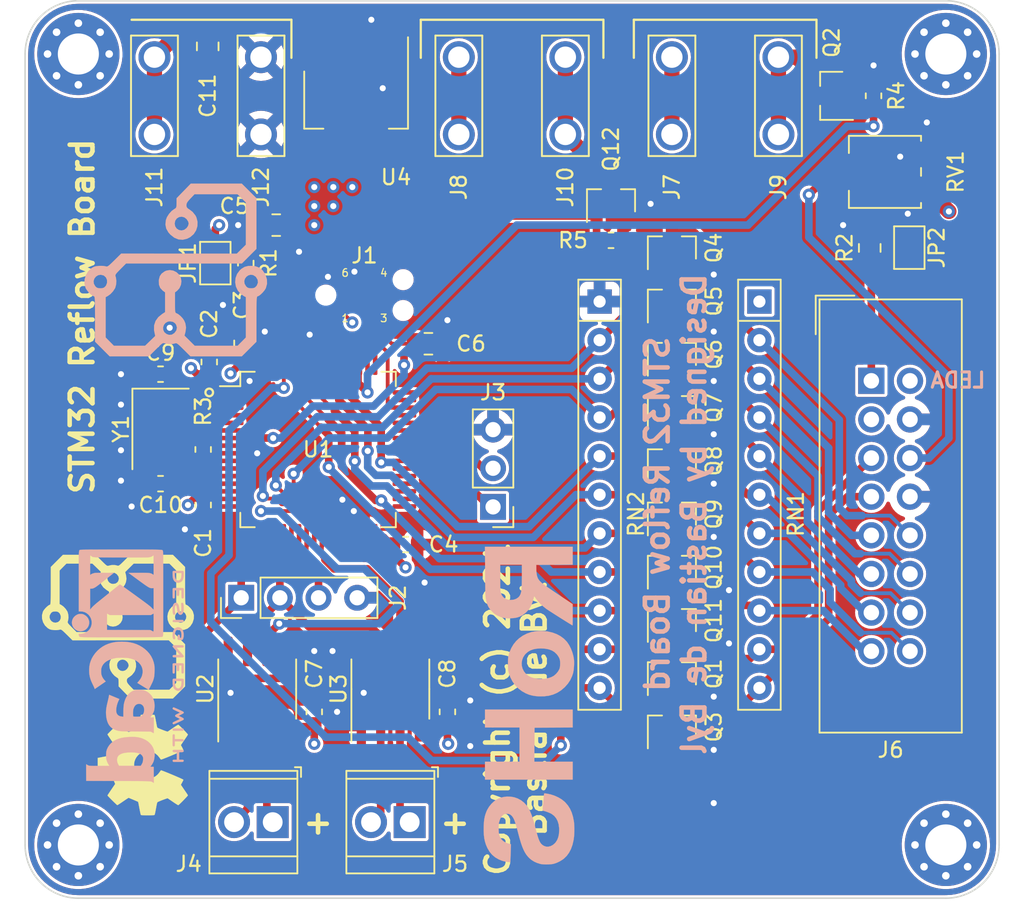
<source format=kicad_pcb>
(kicad_pcb (version 20211014) (generator pcbnew)
  (layers (0 "F.Cu" signal) (1 "In1.Cu" signal) (2 "In2.Cu" signal) (31 "B.Cu" signal) (34 "B.Paste" user) (35 "F.Paste" user) (36 "B.SilkS" user "B.Silkscreen") (37 "F.SilkS" user "F.Silkscreen") (38 "B.Mask" user) (39 "F.Mask" user) (44 "Edge.Cuts" user))
  (net 0 "")
  (net 1 "+3V3")
  (net 2 "GND")
  (net 3 "/Reflow MCU/~{NRST}")
  (net 4 "/Reflow MCU/SWDIO")
  (net 5 "/Reflow MCU/SWCLK")
  (net 7 "/Reflow MCU/SCK")
  (net 8 "/Reflow MCU/MISO")
  (net 9 "/Reflow MCU/MOSI")
  (net 10 "/Reflow MCU/USART1_TX")
  (net 11 "/Reflow MCU/USART1_RX")
  (net 12 "Net-(J4-Pad1)")
  (net 13 "Net-(J4-Pad2)")
  (net 14 "Net-(J5-Pad1)")
  (net 15 "Net-(J5-Pad2)")
  (net 16 "+5V")
  (net 20 "/Reflow Level Shifting/LEDK")
  (net 21 "/Reflow Level Shifting/VEE")
  (net 33 "/Reflow Level Shifting/LRS")
  (net 34 "Net-(J9-Pad1)")
  (net 35 "/Reflow Level Shifting/LE")
  (net 36 "/Reflow Level Shifting/LDB0")
  (net 37 "/Reflow Level Shifting/LDB1")
  (net 38 "/Reflow Level Shifting/LDB2")
  (net 56 "/Reflow Level Shifting/LDB3")
  (net 57 "/Reflow Level Shifting/LDB4")
  (net 58 "/Reflow Level Shifting/LDB5")
  (net 59 "/Reflow Level Shifting/LDB6")
  (net 60 "/Reflow Level Shifting/LDB7")
  (net 61 "/Reflow MCU/BOOT0")
  (net 62 "/Reflow Level Shifting/RS")
  (net 63 "/Reflow Level Shifting/E")
  (net 64 "/Reflow Level Shifting/DB0")
  (net 65 "/Reflow Level Shifting/DB1")
  (net 66 "/Reflow Level Shifting/DB2")
  (net 67 "/Reflow Level Shifting/DB3")
  (net 68 "/Reflow Level Shifting/DB4")
  (net 69 "/Reflow Level Shifting/DB5")
  (net 70 "/Reflow Level Shifting/DB6")
  (net 71 "/Reflow Level Shifting/DB7")
  (net 72 "/Reflow MCU/OSC_IN")
  (net 73 "/Reflow MCU/OSC_OUT")
  (net 74 "/Reflow MCU/CS0")
  (net 75 "/Reflow MCU/CS1")
  (net 76 "Net-(C10-Pad1)")
  (net 77 "/Reflow MCU/R1E")
  (net 78 "/Reflow MCU/R2E")
  (net 79 "Net-(J10-Pad1)")
  (footprint "Resistor_SMD:R_0805_2012Metric" (layer "F.Cu") (at 167 90.5 90)
    (fp_text reference "R2")
    (fp_text value "33")
  )
  (footprint "Personal:CONN_63824-1" (layer "F.Cu") (at 140 80.5 -90)
    (fp_text reference "J8")
    (fp_text value "63824-1" hide)
  )
  (footprint "Capacitor_SMD:C_0603_1608Metric" (layer "F.Cu") (at 120.4 98.8)
    (fp_text reference "C9")
    (fp_text value "10p")
  )
  (footprint "Capacitor_SMD:C_0603_1608Metric" (layer "F.Cu") (at 120.4 106 180)
    (fp_text reference "C10")
    (fp_text value "10p")
  )
  (footprint "Crystal:Crystal_SMD_5032-4Pin_5.0x3.2mm" (layer "F.Cu") (at 120.4 102.4 -90)
    (fp_text reference "Y1")
    (fp_text value "8MHz")
  )
  (footprint "Personal:CONN_63824-1" (layer "F.Cu") (at 161 80.5 -90)
    (fp_text reference "J9")
    (fp_text value "63824-1" hide)
  )
  (footprint "Personal:CONN_63824-1" (layer "F.Cu") (at 127 80.5 -90)
    (fp_text reference "J12")
    (fp_text value "63824-1" hide)
  )
  (footprint "Connector_PinHeader_2.54mm:PinHeader_1x04_P2.54mm_Vertical" (layer "F.Cu") (at 125.7 113.5 90)
    (fp_text reference "J2")
    (fp_text value "Conn_01x04_Male")
  )
  (footprint "Package_TO_SOT_SMD:SOT-23" (layer "F.Cu") (at 154 108 90)
    (fp_text reference "Q9")
    (fp_text value "2N7002")
  )
  (footprint "Resistor_SMD:R_0603_1608Metric" (layer "F.Cu") (at 150 90)
    (fp_text reference "R5")
    (fp_text value "10k")
  )
  (footprint "Resistor_SMD:R_0603_1608Metric" (layer "F.Cu") (at 126 91.5 90)
    (fp_text reference "R1")
    (fp_text value "10k")
  )
  (footprint "TerminalBlock_TE-Connectivity:TerminalBlock_TE_282834-2_1x02_P2.54mm_Horizontal" (layer "F.Cu") (at 127.770001 128.25 180)
    (fp_text reference "J4")
    (fp_text value "Screw_Terminal_01x02")
  )
  (footprint "Symbol:OSHW-Symbol_6.7x6mm_SilkScreen" (layer "F.Cu") (at 119.25 124.5 90)
    (fp_text reference "REF**" hide)
    (fp_text value "OSHW-Symbol_6.7x6mm_SilkScreen" hide)
  )
  (footprint "Resistor_SMD:R_0603_1608Metric" (layer "F.Cu") (at 123.2 103.75 -90)
    (fp_text reference "R3")
    (fp_text value "R_Small")
  )
  (footprint "Resistor_THT:R_Array_SIP11" (layer "F.Cu") (at 149.25 94.025 -90)
    (fp_text reference "RN2")
    (fp_text value "10k")
  )
  (footprint "MountingHole:MountingHole_2.7mm_M2.5_Pad_Via" (layer "F.Cu") (at 172 77.75)
    (fp_text reference "H1" hide)
    (fp_text value "MountingHole")
  )
  (footprint "Jumper:SolderJumper-2_P1.3mm_Open_Pad1.0x1.5mm" (layer "F.Cu") (at 124 91.5 90)
    (fp_text reference "JP1")
    (fp_text value "Jumper_NO_Small")
  )
  (footprint "Connector_PinHeader_2.54mm:PinHeader_1x03_P2.54mm_Vertical" (layer "F.Cu") (at 142.25 107.525 180)
    (fp_text reference "J3")
    (fp_text value "Conn_01x03_Male")
  )
  (footprint "Package_QFP:LQFP-64_10x10mm_P0.5mm" (layer "F.Cu") (at 130.75 103.75)
    (fp_text reference "U1")
    (fp_text value "STM32F051R4Tx")
  )
  (footprint "Package_TO_SOT_SMD:SOT-23" (layer "F.Cu") (at 150 87.4 90)
    (fp_text reference "Q12")
    (fp_text value "2N7002")
  )
  (footprint "Potentiometer_SMD:Potentiometer_Bourns_3314G_Vertical" (layer "F.Cu") (at 168 85.5 -90)
    (fp_text reference "RV1")
    (fp_text value "10k")
  )
  (footprint "MountingHole:MountingHole_2.7mm_M2.5_Pad_Via" (layer "F.Cu") (at 115 129.75)
    (fp_text reference "H2" hide)
    (fp_text value "MountingHole")
  )
  (footprint "Package_TO_SOT_SMD:SOT-23" (layer "F.Cu") (at 154 94 90)
    (fp_text reference "Q5")
    (fp_text value "2N7002")
  )
  (footprint "Fiducial:Fiducial_0.75mm_Mask2.25mm" (layer "F.Cu") (at 120 93.75)
    (fp_text reference "FID3" hide)
    (fp_text value "Fiducial")
  )
  (footprint "Package_TO_SOT_SMD:SOT-23" (layer "F.Cu") (at 154 101 90)
    (fp_text reference "Q7")
    (fp_text value "2N7002")
  )
  (footprint "Fiducial:Fiducial_0.75mm_Mask2.25mm" (layer "F.Cu") (at 167.25 126.25)
    (fp_text reference "FID2" hide)
    (fp_text value "Fiducial")
  )
  (footprint "Capacitor_SMD:C_0603_1608Metric" (layer "F.Cu") (at 139.250001 121 90)
    (fp_text reference "C8")
    (fp_text value "10n")
  )
  (footprint "Fiducial:Fiducial_0.75mm_Mask2.25mm" (layer "F.Cu") (at 167.25 76.5)
    (fp_text reference "FID1" hide)
    (fp_text value "Fiducial")
  )
  (footprint "Capacitor_SMD:C_0603_1608Metric" (layer "F.Cu") (at 123.2 107.4 -90)
    (fp_text reference "C1")
    (fp_text value "10n")
  )
  (footprint "Package_TO_SOT_SMD:SOT-223-3_TabPin2" (layer "F.Cu") (at 133.25 80.75 -90)
    (fp_text reference "U4")
    (fp_text value "LM1117-3.3")
  )
  (footprint "Package_TO_SOT_SMD:SOT-23" (layer "F.Cu") (at 154 111.5 90)
    (fp_text reference "Q10")
    (fp_text value "2N7002")
  )
  (footprint "Package_TO_SOT_SMD:SOT-23" (layer "F.Cu") (at 154 104.5 90)
    (fp_text reference "Q8")
    (fp_text value "2N7002")
  )
  (footprint "Personal:CONN_63824-1" (layer "F.Cu") (at 147 80.5 -90)
    (fp_text reference "J10")
    (fp_text value "63824-1" hide)
  )
  (footprint "Resistor_THT:R_Array_SIP11" (layer "F.Cu") (at 159.75 94.025 -90)
    (fp_text reference "RN1")
    (fp_text value "10k")
  )
  (footprint "Personal:db_logo_10mm" (layer "F.Cu") (at 117.6 115.4 90)
    (fp_text reference "G***" hide)
    (fp_text value "LOGO" hide)
  )
  (footprint "Personal:CONN_63824-1" (layer "F.Cu") (at 154 80.5 -90)
    (fp_text reference "J7")
    (fp_text value "63824-1" hide)
  )
  (footprint "Resistor_SMD:R_0603_1608Metric" (layer "F.Cu") (at 167.25 80.5 90)
    (fp_text reference "R4")
    (fp_text value "10k")
  )
  (footprint "Capacitor_SMD:C_0603_1608Metric" (layer "F.Cu") (at 125.75 96.75 90)
    (fp_text reference "C3")
    (fp_text value "10n")
  )
  (footprint "Personal:CONN_63824-1" (layer "F.Cu") (at 120 80.5 -90)
    (fp_text reference "J11")
    (fp_text value "63824-1" hide)
  )
  (footprint "Capacitor_SMD:C_0805_2012Metric" (layer "F.Cu") (at 138 96.8)
    (fp_text reference "C6")
    (fp_text value "100n")
  )
  (footprint "Package_TO_SOT_SMD:SOT-23" (layer "F.Cu") (at 154 97.5 90)
    (fp_text reference "Q6")
    (fp_text value "2N7002")
  )
  (footprint "Package_TO_SOT_SMD:SOT-23" (layer "F.Cu") (at 164.5 80.5 180)
    (fp_text reference "Q2")
    (fp_text value "2N7002")
  )
  (footprint "Package_SO:SOIC-8_3.9x4.9mm_P1.27mm" (layer "F.Cu") (at 126.75 119.5 90)
    (fp_text reference "U2")
    (fp_text value "MAX31855KASA")
  )
  (footprint "Package_TO_SOT_SMD:SOT-23" (layer "F.Cu") (at 154 122 90)
    (fp_text reference "Q3")
    (fp_text value "2N7002")
  )
  (footprint "Package_SO:SOIC-8_3.9x4.9mm_P1.27mm" (layer "F.Cu") (at 135.5 119.5 90)
    (fp_text reference "U3")
    (fp_text value "MAX31855KASA")
  )
  (footprint "Capacitor_SMD:C_0603_1608Metric" (layer "F.Cu") (at 130.5 121 90)
    (fp_text reference "C7")
    (fp_text value "10n")
  )
  (footprint "Capacitor_SMD:C_0805_2012Metric" (layer "F.Cu") (at 128 89 180)
    (fp_text reference "C5")
    (fp_text value "100n")
  )
  (footprint "Capacitor_SMD:C_0603_1608Metric" (layer "F.Cu") (at 123.6 98 90)
    (fp_text reference "C2")
    (fp_text value "10n")
  )
  (footprint "Jumper:SolderJumper-2_P1.3mm_Open_TrianglePad1.0x1.5mm" (layer "F.Cu") (at 169.6 90.479999 -90)
    (fp_text reference "JP2")
    (fp_text value "Jumper_NO_Small")
  )
  (footprint "MountingHole:MountingHole_2.7mm_M2.5_Pad_Via" (layer "F.Cu") (at 172 129.75)
    (fp_text reference "H3" hide)
    (fp_text value "MountingHole")
  )
  (footprint "Connector_IDC:IDC-Header_2x08_P2.54mm_Vertical" (layer "F.Cu") (at 167.105 99.235)
    (fp_text reference "J6")
    (fp_text value "Conn_02x08_Odd_Even")
  )
  (footprint "MountingHole:MountingHole_2.7mm_M2.5_Pad_Via" (layer "F.Cu") (at 115 77.75)
    (fp_text reference "H4" hide)
    (fp_text value "MountingHole")
  )
  (footprint "Package_TO_SOT_SMD:SOT-23" (layer "F.Cu") (at 154 115 90)
    (fp_text reference "Q11")
    (fp_text value "2N7002")
  )
  (footprint "Personal:TC2030-IDC-NL" (layer "F.Cu") (at 133.8 93.6)
    (fp_text reference "J1")
    (fp_text value "TC2030")
  )
  (footprint "TerminalBlock_TE-Connectivity:TerminalBlock_TE_282834-2_1x02_P2.54mm_Horizontal" (layer "F.Cu") (at 136.770001 128.25 180)
    (fp_text reference "J5")
    (fp_text value "Screw_Terminal_01x02")
  )
  (footprint "Package_TO_SOT_SMD:SOT-23" (layer "F.Cu") (at 154 90.5 90)
    (fp_text reference "Q4")
    (fp_text value "2N7002")
  )
  (footprint "Package_TO_SOT_SMD:SOT-23" (layer "F.Cu") (at 154 118.5 90)
    (fp_text reference "Q1")
    (fp_text value "2N7002")
  )
  (footprint "Capacitor_SMD:C_0805_2012Metric" (layer "F.Cu") (at 123.5 77.25 -90)
    (fp_text reference "C11")
    (fp_text value "100n")
  )
  (footprint "Capacitor_SMD:C_0603_1608Metric" (layer "F.Cu") (at 136.5 110)
    (fp_text reference "C4")
    (fp_text value "10n")
  )
  (footprint "Symbol:KiCad-Logo2_6mm_SilkScreen" (layer "B.Cu") (at 117.554847 117.992512 -90)
    (fp_text reference "REF**" hide)
    (fp_text value "KiCad-Logo2_6mm_SilkScreen" hide)
  )
  (footprint "Symbol:RoHS-Logo_6mm_SilkScreen" (layer "B.Cu") (at 144.6 120.6 -90)
    (fp_text reference "REF**" hide)
    (fp_text value "RoHS-Logo_6mm_SilkScreen" hide)
  )
  (footprint "Personal:db_logo" (layer "B.Cu") (at 121.4 91.95 -90)
    (fp_text reference "G***" hide)
    (fp_text value "LOGO" hide)
  )
  (gr_line (start 151.5 75.5) (end 163.5 75.5) (layer "F.SilkS") (width 0.15))
  (gr_line (start 137.5 75.5) (end 137.5 78) (layer "F.SilkS") (width 0.15))
  (gr_line (start 163.5 75.5) (end 163.5 78) (layer "F.SilkS") (width 0.15))
  (gr_line (start 149.5 75.5) (end 137.5 75.5) (layer "F.SilkS") (width 0.15))
  (gr_line (start 149.5 78) (end 149.5 75.5) (layer "F.SilkS") (width 0.15))
  (gr_line (start 151.5 78) (end 151.5 75.5) (layer "F.SilkS") (width 0.15))
  (gr_circle (center 123.6 100) (end 123.85 100) (layer "F.SilkS") (width 0.15) (fill none))
  (gr_line (start 118.5 75.5) (end 129 75.5) (layer "F.SilkS") (width 0.15))
  (gr_line (start 129 75.5) (end 129 78) (layer "F.SilkS") (width 0.15))
  (gr_line (start 115 74.25) (end 172 74.25) (layer "Edge.Cuts") (width 0.1))
  (gr_arc (start 111.5 77.75) (mid 112.525126 75.275126) (end 115 74.25) (layer "Edge.Cuts") (width 0.1))
  (gr_line (start 172 133.25) (end 115 133.25) (layer "Edge.Cuts") (width 0.1))
  (gr_arc (start 175.5 129.75) (mid 174.474874 132.224874) (end 172 133.25) (layer "Edge.Cuts") (width 0.1))
  (gr_line (start 111.5 129.75) (end 111.5 77.75) (layer "Edge.Cuts") (width 0.1))
  (gr_arc (start 115 133.25) (mid 112.525126 132.224874) (end 111.5 129.75) (layer "Edge.Cuts") (width 0.1))
  (gr_line (start 175.5 77.75) (end 175.5 129.75) (layer "Edge.Cuts") (width 0.1))
  (gr_arc (start 172 74.25) (mid 174.474874 75.275126) (end 175.5 77.75) (layer "Edge.Cuts") (width 0.1))
  (gr_text "LEDA" (at 172.8 99.2) (layer "B.SilkS") (effects (font (size 1 1) (thickness 0.2)) (justify mirror)))
  (gr_text "STM32 Reflow Board\nDesigned by Bastian de Byl" (at 154.25 108 90) (layer "B.SilkS") (effects (font (size 1.5 1.5) (thickness 0.3)) (justify mirror)))
  (gr_text "+" (at 130.75 128.25) (layer "F.SilkS") (effects (font (size 1.5 1.5) (thickness 0.3))))
  (gr_text "Copyright (c) 2021\nBastian de Byl" (at 143.75 120.8 90) (layer "F.SilkS") (effects (font (size 1.5 1.5) (thickness 0.3))))
  (gr_text "+" (at 139.750001 128.25) (layer "F.SilkS") (effects (font (size 1.5 1.5) (thickness 0.3))))
  (gr_text "STM32 Reflow Board" (at 115.25 95 90) (layer "F.SilkS") (effects (font (size 1.5 1.5) (thickness 0.3))))
  (segment (start 139.250001 123.050001) (end 139.3 123.1) (width 0.5) (layer "F.Cu") (net 1))
  (segment (start 125 98.75) (end 125.75 98) (width 0.5) (layer "F.Cu") (net 1))
  (segment (start 135.1375 109.425) (end 135.7125 110) (width 0.25) (layer "F.Cu") (net 1))
  (segment (start 125.075 106) (end 123.8125 106) (width 0.25) (layer "F.Cu") (net 1))
  (segment (start 126.2875 98.075) (end 125.75 97.5375) (width 0.25) (layer "F.Cu") (net 1))
  (segment (start 124 90.85) (end 124 89.25) (width 0.5) (layer "F.Cu") (net 1))
  (segment (start 139.062501 121.975) (end 139.250001 121.7875) (width 0.5) (layer "F.Cu") (net 1))
  (segment (start 137.405 121.975) (end 139.062501 121.975) (width 0.5) (layer "F.Cu") (net 1))
  (segment (start 127 98.075) (end 126.2875 98.075) (width 0.25) (layer "F.Cu") (net 1))
  (segment (start 124 89.25) (end 124.25 89) (width 0.5) (layer "F.Cu") (net 1))
  (segment (start 125.75 98) (end 125.75 97.5375) (width 0.5) (layer "F.Cu") (net 1))
  (segment (start 123.8125 106) (end 123.2 106.6125) (width 0.25) (layer "F.Cu") (net 1))
  (segment (start 133.25 77.6) (end 133.25 83.9) (width 1) (layer "F.Cu") (net 1))
  (segment (start 122.9875 106.6125) (end 123.2 106.6125) (width 0.5) (layer "F.Cu") (net 1))
  (segment (start 130.3125 121.975) (end 130.5 121.7875) (width 0.5) (layer "F.Cu") (net 1))
  (segment (start 122.4 98.4) (end 122.7875 98.7875) (width 0.5) (layer "F.Cu") (net 1))
  (segment (start 134.5 109.425) (end 135.1375 109.425) (width 0.25) (layer "F.Cu") (net 1))
  (segment (start 132.53 94.93) (end 133 95.4) (width 0.25) (layer "F.Cu") (net 1))
  (segment (start 135.7125 110.7125) (end 135.7125 110) (width 0.5) (layer "F.Cu") (net 1))
  (segment (start 124.8125 100) (end 123.6 98.7875) (width 0.25) (layer "F.Cu") (net 1))
  (segment (start 122.2 107.4) (end 122.9875 106.6125) (width 0.5) (layer "F.Cu") (net 1))
  (segment (start 125.075 100) (end 124.8125 100) (width 0.25) (layer "F.Cu") (net 1))
  (segment (start 130.5 123.1) (end 130.5 121.7875) (width 0.5) (layer "F.Cu") (net 1))
  (segment (start 132.53 94.235) (end 132.53 94.93) (width 0.25) (layer "F.Cu") (net 1))
  (segment (start 128.655 121.975) (end 130.3125 121.975) (width 0.5) (layer "F.Cu") (net 1))
  (segment (start 122.7875 98.7875) (end 123.6 98.7875) (width 0.5) (layer "F.Cu") (net 1))
  (segment (start 136.5 111.5) (end 135.7125 110.7125) (width 0.5) (layer "F.Cu") (net 1))
  (segment (start 139.250001 121.7875) (end 139.250001 123.050001) (width 0.5) (layer "F.Cu") (net 1))
  (segment (start 128.9375 89) (end 129.75 89) (width 1) (layer "F.Cu") (net 1))
  (via (at 122.4 98.4) (size 0.8) (drill 0.4) (layers "F.Cu" "B.Cu") (net 1))
  (via (at 130.5 86.5) (size 0.8) (drill 0.4) (layers "F.Cu" "B.Cu") (net 1))
  (via (at 130.5 89) (size 0.8) (drill 0.4) (layers "F.Cu" "B.Cu") (net 1))
  (via (at 133 86.5) (size 0.8) (drill 0.4) (layers "F.Cu" "B.Cu") (net 1))
  (via (at 131.75 86.5) (size 0.8) (drill 0.4) (layers "F.Cu" "B.Cu") (net 1))
  (via (at 131.75 87.75) (size 0.8) (drill 0.4) (layers "F.Cu" "B.Cu") (net 1))
  (via (at 122.2 107.4) (size 0.8) (drill 0.4) (layers "F.Cu" "B.Cu") (net 1))
  (via (at 133 95.4) (size 0.8) (drill 0.4) (layers "F.Cu" "B.Cu") (net 1))
  (via (at 124.25 89) (size 0.8) (drill 0.4) (layers "F.Cu" "B.Cu") (net 1))
  (via (at 125 98.75) (size 0.8) (drill 0.4) (layers "F.Cu" "B.Cu") (net 1))
  (via (at 139.3 123.1) (size 0.8) (drill 0.4) (layers "F.Cu" "B.Cu") (net 1))
  (via (at 130.5 87.75) (size 0.8) (drill 0.4) (layers "F.Cu" "B.Cu") (net 1))
  (via (at 130.5 123.1) (size 0.8) (drill 0.4) (layers "F.Cu" "B.Cu") (net 1))
  (via (at 136.5 111.5) (size 0.8) (drill 0.4) (layers "F.Cu" "B.Cu") (net 1))
  (via (at 126.25 99.25) (size 0.8) (drill 0.4) (layers "F.Cu" "B.Cu") (net 2))
  (via (at 157.75 116.5) (size 0.8) (drill 0.4) (layers "F.Cu" "B.Cu") (net 2))
  (via (at 131.7 117) (size 0.8) (drill 0.4) (layers "F.Cu" "B.Cu") (net 2))
  (via (at 121 95.75) (size 0.8) (drill 0.4) (layers "F.Cu" "B.Cu") (net 2))
  (via (at 139.25 95.25) (size 0.8) (drill 0.4) (layers "F.Cu" "B.Cu") (net 2))
  (via (at 132 121) (size 0.8) (drill 0.4) (layers "F.Cu" "B.Cu") (net 2))
  (via (at 156.75 99.25) (size 0.8) (drill 0.4) (layers "F.Cu" "B.Cu") (net 2))
  (via (at 117.8 98.8) (size 0.8) (drill 0.4) (layers "F.Cu" "B.Cu") (net 2))
  (via (at 156.75 96) (size 0.8) (drill 0.4) (layers "F.Cu" "B.Cu") (net 2))
  (via (at 156.75 127) (size 0.8) (drill 0.4) (layers "F.Cu" "B.Cu") (net 2))
  (via (at 130.5 117) (size 0.8) (drill 0.4) (layers "F.Cu" "B.Cu") (net 2))
  (via (at 122 109) (size 0.8) (drill 0.4) (layers "F.Cu" "B.Cu") (net 2))
  (via (at 140.75 120.25) (size 0.8) (drill 0.4) (layers "F.Cu" "B.Cu") (net 2))
  (via (at 165.25 89) (size 0.8) (drill 0.4) (layers "F.Cu" "B.Cu") (net 2))
  (via (at 125.5 89) (size 0.8) (drill 0.4) (layers "F.Cu" "B.Cu") (net 2))
  (via (at 157.75 113) (size 0.8) (drill 0.4) (layers "F.Cu" "B.Cu") (net 2))
  (via (at 126.75 104) (size 0.8) (drill 0.4) (layers "F.Cu" "B.Cu") (net 2))
  (via (at 156.75 123.5) (size 0.8) (drill 0.4) (layers "F.Cu" "B.Cu") (net 2))
  (via (at 127.25 96) (size 0.8) (drill 0.4) (layers "F.Cu" "B.Cu") (net 2))
  (via (at 137.75 112.5) (size 0.8) (drill 0.4) (layers "F.Cu" "B.Cu") (net 2))
  (via (at 156.75 109.5) (size 0.8) (drill 0.4) (layers "F.Cu" "B.Cu") (net 2))
  (via (at 134.25 75.5) (size 0.8) (drill 0.4) (layers "F.Cu" "B.Cu") (net 2))
  (via (at 117.8 103.8) (size 0.8) (drill 0.4) (layers "F.Cu" "B.Cu") (net 2))
  (via (at 132.348018 107.051982) (size 0.8) (drill 0.4) (layers "F.Cu" "B.Cu") (net 2))
  (via (at 125 119.75) (size 0.8) (drill 0.4) (layers "F.Cu" "B.Cu") (net 2))
  (via (at 135 80) (size 0.8) (drill 0.4) (layers "F.Cu" "B.Cu") (net 2))
  (via (at 167.25 78.5) (size 0.8) (drill 0.4) (layers "F.Cu" "B.Cu") (net 2))
  (via (at 133.099312 107.800688) (size 0.8) (drill 0.4) (layers "F.Cu" "B.Cu") (net 2))
  (via (at 133.140201 92.059799) (size 0.8) (drill 0.4) (layers "F.Cu" "B.Cu") (net 2))
  (via (at 170.75 82.25) (size 0.8) (drill 0.4) (layers "F.Cu" "B.Cu") (net 2))
  (via (at 124.5 94.25) (size 0.8) (drill 0.4) (layers "F.Cu" "B.Cu") (net 2))
  (via (at 169.5 88.25) (size 0.8) (drill 0.4) (layers "F.Cu" "B.Cu") (net 2))
  (via (at 129.5 90.75) (size 0.8) (drill 0.4) (layers "F.Cu" "B.Cu") (net 2))
  (via (at 118.5 107.5) (size 0.8) (drill 0.4) (layers "F.Cu" "B.Cu") (net 2))
  (via (at 131.4 92.4) (size 0.8) (drill 0.4) (layers "F.Cu" "B.Cu") (net 2))
  (via (at 156.75 102.75) (size 0.8) (drill 0.4) (layers "F.Cu" "B.Cu") (net 2))
  (via (at 156.75 120) (size 0.8) (drill 0.4) (layers "F.Cu" "B.Cu") (net 2))
  (via (at 130.2 96.2) (size 0.8) (drill 0.4) (layers "F.Cu" "B.Cu") (net 2))
  (via (at 133.75 119.75) (size 0.8) (drill 0.4) (layers "F.Cu" "B.Cu") (net 2))
  (via (at 117.8 100.8) (size 0.8) (drill 0.4) (layers "F.Cu" "B.Cu") (net 2))
  (via (at 156.75 106) (size 0.8) (drill 0.4) (layers "F.Cu" "B.Cu") (net 2))
  (via (at 156.75 92.25) (size 0.8) (drill 0.4) (layers "F.Cu" "B.Cu") (net 2))
  (via (at 169 84.5) (size 0.8) (drill 0.4) (layers "F.Cu" "B.Cu") (net 2))
  (via (at 152.6 87.6) (size 0.8) (drill 0.4) (layers "F.Cu" "B.Cu") (net 2))
  (via (at 117.8 105.8) (size 0.8) (drill 0.4) (layers "F.Cu" "B.Cu") (net 2))
  (via (at 140.75 123.25) (size 0.8) (drill 0.4) (layers "F.Cu" "B.Cu") (net 2))
  (segment (start 135.6 96.8) (end 137.0625 96.8) (width 0.25) (layer "F.Cu") (net 3))
  (segment (start 136.4 98.2) (end 136.4 97.4625) (width 0.5) (layer "F.Cu") (net 3))
  (segment (start 135.07 94.235) (end 135.07 96.27) (width 0.25) (layer "F.Cu") (net 3))
  (segment (start 136.4 97.4625) (end 137.0625 96.8) (width 0.5) (layer "F.Cu") (net 3))
  (segment (start 126.4 103) (end 127.8 103) (width 0.5) (layer "F.Cu") (net 3))
  (segment (start 135.07 96.27) (end 135.6 96.8) (width 0.25) (layer "F.Cu") (net 3))
  (segment (start 125.075 103) (end 126.4 103) (width 0.25) (layer "F.Cu") (net 3))
  (via (at 136.4 98.2) (size 0.8) (drill 0.4) (layers "F.Cu" "B.Cu") (net 3))
  (via (at 127.8 103) (size 0.8) (drill 0.4) (layers "F.Cu" "B.Cu") (net 3))
  (segment (start 136.4 98.2) (end 136.4 98.9) (width 0.5) (layer "B.Cu") (net 3))
  (segment (start 128.31073 103) (end 127.8 103) (width 0.5) (layer "B.Cu") (net 3))
  (segment (start 136.4 98.9) (end 134.4 100.9) (width 0.5) (layer "B.Cu") (net 3))
  (segment (start 134.4 100.9) (end 130.41073 100.9) (width 0.5) (layer "B.Cu") (net 3))
  (segment (start 130.41073 100.9) (end 128.31073 103) (width 0.5) (layer "B.Cu") (net 3))
  (segment (start 135.32548 97.373388) (end 135.32548 100.742564) (width 0.25) (layer "F.Cu") (net 4))
  (segment (start 135.582916 101) (end 136.425 101) (width 0.25) (layer "F.Cu") (net 4))
  (segment (start 133.8 95.847908) (end 135.32548 97.373388) (width 0.25) (layer "F.Cu") (net 4))
  (segment (start 133.8 94.235) (end 133.8 95.847908) (width 0.25) (layer "F.Cu") (net 4))
  (segment (start 135.32548 100.742564) (end 135.582916 101) (width 0.25) (layer "F.Cu") (net 4))
  (segment (start 135.07 92.965) (end 133.305 91.2) (width 0.25) (layer "F.Cu") (net 5))
  (segment (start 130.4 94.012307) (end 132.512204 96.124511) (width 0.25) (layer "F.Cu") (net 5))
  (segment (start 130.4 92.375386) (end 130.4 94.012307) (width 0.25) (layer "F.Cu") (net 5))
  (segment (start 133.440885 96.124511) (end 134.5 97.183626) (width 0.25) (layer "F.Cu") (net 5))
  (segment (start 134.5 97.183626) (end 134.5 98.075) (width 0.25) (layer "F.Cu") (net 5))
  (segment (start 131.575386 91.2) (end 130.4 92.375386) (width 0.25) (layer "F.Cu") (net 5))
  (segment (start 132.512204 96.124511) (end 133.440885 96.124511) (width 0.25) (layer "F.Cu") (net 5))
  (segment (start 133.305 91.2) (end 131.575386 91.2) (width 0.25) (layer "F.Cu") (net 5))
  (segment (start 125.7 111.8) (end 126.6 110.9) (width 0.5) (layer "F.Cu") (net 7))
  (segment (start 137.405 118.195) (end 136.8 118.8) (width 0.5) (layer "F.Cu") (net 7))
  (segment (start 129 110.5) (end 128.6 110.9) (width 0.25) (layer "F.Cu") (net 7))
  (segment (start 128.655 117.025) (end 128.655 118.745) (width 0.5) (layer "F.Cu") (net 7))
  (segment (start 123.4 115.8) (end 125.7 113.5) (width 0.5) (layer "F.Cu") (net 7))
  (segment (start 125.7 113.5) (end 125.7 111.8) (width 0.5) (layer "F.Cu") (net 7))
  (segment (start 123.4 118.2) (end 123.4 115.8) (width 0.5) (layer "F.Cu") (net 7))
  (segment (start 124 118.8) (end 123.4 118.2) (width 0.5) (layer "F.Cu") (net 7))
  (segment (start 136.8 118.8) (end 128.6 118.8) (width 0.5) (layer "F.Cu") (net 7))
  (segment (start 129 109.425) (end 129 110.5) (width 0.25) (layer "F.Cu") (net 7))
  (segment (start 126.6 110.9) (end 128.6 110.9) (width 0.5) (layer "F.Cu") (net 7))
  (segment (start 128.6 118.8) (end 124 118.8) (width 0.5) (layer "F.Cu") (net 7))
  (segment (start 137.405 117.025) (end 137.405 118.195) (width 0.5) (layer "F.Cu") (net 7))
  (segment (start 134.865 116.050001) (end 134.214999 115.4) (width 0.5) (layer "F.Cu") (net 8))
  (segment (start 126.115 117.025) (end 126.115 115.785) (width 0.5) (layer "F.Cu") (net 8))
  (segment (start 126.115 115.785) (end 128.24 113.66) (width 0.5) (layer "F.Cu") (net 8))
  (segment (start 129.5 111.1) (end 129.2 111.4) (width 0.25) (layer "F.Cu") (net 8))
  (segment (start 130.14 115.4) (end 128.24 113.5) (width 0.5) (layer "F.Cu") (net 8))
  (segment (start 128.24 112.36) (end 129.2 111.4) (width 0.5) (layer "F.Cu") (net 8))
  (segment (start 129.5 109.425) (end 129.5 111.1) (width 0.25) (layer "F.Cu") (net 8))
  (segment (start 134.865 117.025) (end 134.865 116.050001) (width 0.5) (layer "F.Cu") (net 8))
  (segment (start 134.214999 115.4) (end 130.14 115.4) (width 0.5) (layer "F.Cu") (net 8))
  (segment (start 128.24 113.66) (end 128.24 113.5) (width 0.5) (layer "F.Cu") (net 8))
  (segment (start 128.24 113.5) (end 128.24 112.36) (width 0.5) (layer "F.Cu") (net 8))
  (segment (start 130.78 113.5) (end 130.78 112.18) (width 0.5) (layer "F.Cu") (net 9))
  (segment (start 130 109.425) (end 130 111.4) (width 0.25) (layer "F.Cu") (net 9))
  (segment (start 130 111.4) (end 130.2 111.6) (width 0.25) (layer "F.Cu") (net 9))
  (segment (start 130.78 112.18) (end 130.2 111.6) (width 0.5) (layer "F.Cu") (net 9))
  (segment (start 138 103.1) (end 138.4 103.1) (width 0.5) (layer "F.Cu") (net 10))
  (segment (start 140.3 105.8) (end 142.025 107.525) (width 0.5) (layer "F.Cu") (net 10))
  (segment (start 138 103.1) (end 137.9 103) (width 0.25) (layer "F.Cu") (net 10))
  (segment (start 140.3 105) (end 140.3 105.8) (width 0.5) (layer "F.Cu") (net 10))
  (segment (start 137.9 103) (end 136.425 103) (width 0.25) (layer "F.Cu") (net 10))
  (segment (start 138.4 103.1) (end 140.3 105) (width 0.5) (layer "F.Cu") (net 10))
  (segment (start 142.025 107.525) (end 142.25 107.525) (width 0.5) (layer "F.Cu") (net 10))
  (segment (start 137.9 102.5) (end 138 102.4) (width 0.25) (layer "F.Cu") (net 11))
  (segment (start 138 102.4) (end 139 102.4) (width 0.5) (layer "F.Cu") (net 11))
  (segment (start 141.585 104.985) (end 142.25 104.985) (width 0.5) (layer "F.Cu") (net 11))
  (segment (start 139 102.4) (end 141.585 104.985) (width 0.5) (layer "F.Cu") (net 11))
  (segment (start 136.425 102.5) (end 137.9 102.5) (width 0.25) (layer "F.Cu") (net 11))
  (segment (start 127.385 121.975) (end 127.385 127.864999) (width 0.5) (layer "F.Cu") (net 12))
  (segment (start 127.385 127.864999) (end 127.770001 128.25) (width 0.5) (layer "F.Cu") (net 12))
  (segment (start 126.115 127.365001) (end 125.230001 128.25) (width 0.5) (layer "F.Cu") (net 13))
  (segment (start 126.115 121.975) (end 126.115 127.365001) (width 0.5) (layer "F.Cu") (net 13))
  (segment (start 136.135 127.614999) (end 136.770001 128.25) (width 0.5) (layer "F.Cu") (net 14))
  (segment (start 136.135 121.975) (end 136.135 127.614999) (width 0.5) (layer "F.Cu") (net 14))
  (segment (start 134.865 127.615001) (end 134.230001 128.25) (width 0.5) (layer "F.Cu") (net 15))
  (segment (start 134.865 121.975) (end 134.865 127.615001) (width 0.5) (layer "F.Cu") (net 15))
  (segment (start 170.75 86.65) (end 172.2 88.1) (width 1) (layer "F.Cu") (net 16))
  (segment (start 124.0625 75.75) (end 123.5625 76.25) (width 1) (layer "F.Cu") (net 16))
  (segment (start 154 77.96) (end 154 83.04) (width 1) (layer "F.Cu") (net 16))
  (segment (start 140 77.96) (end 140 83.04) (width 1) (layer "F.Cu") (net 16))
  (segment (start 123.5625 76.25) (end 121.71 76.25) (width 1) (layer "F.Cu") (net 16))
  (segment (start 129.1 75.75) (end 124.0625 75.75) (width 1) (layer "F.Cu") (net 16))
  (segment (start 130.95 77.6) (end 129.1 75.75) (width 1) (layer "F.Cu") (net 16))
  (segment (start 120 83.04) (end 120 77.96) (width 1) (layer "F.Cu") (net 16))
  (segment (start 121.71 76.25) (end 120 77.96) (width 1) (layer "F.Cu") (net 16))
  (via (at 172.2 88.1) (size 0.8) (drill 0.4) (layers "F.Cu" "B.Cu") (net 16))
  (segment (start 167 91.4375) (end 169.367499 91.4375) (width 0.5) (layer "F.Cu") (net 20))
  (segment (start 167.105 99.235) (end 167.105 91.5425) (width 0.5) (layer "F.Cu") (net 20))
  (segment (start 165.25 85.5) (end 164.5 85.5) (width 0.5) (layer "F.Cu") (net 21))
  (segment (start 164.5 85.5) (end 163 87) (width 0.5) (layer "F.Cu") (net 21))
  (via (at 163 87) (size 0.8) (drill 0.4) (layers "F.Cu" "B.Cu") (net 21))
  (segment (start 172.2 103) (end 170.885 104.315) (width 0.5) (layer "B.Cu") (net 21))
  (segment (start 172.2 99) (end 172.2 103) (width 0.5) (layer "B.Cu") (net 21))
  (segment (start 170.885 104.315) (end 169.645 104.315) (width 0.5) (layer "B.Cu") (net 21))
  (segment (start 163 87) (end 163 89.8) (width 0.5) (layer "B.Cu") (net 21))
  (segment (start 163 89.8) (end 172.2 99) (width 0.5) (layer "B.Cu") (net 21))
  (segment (start 161.30073 116.885) (end 163.60096 114.58477) (width 0.5) (layer "F.Cu") (net 33))
  (segment (start 163.60096 107.79904) (end 167.085 104.315) (width 0.5) (layer "F.Cu") (net 33))
  (segment (start 154 117.5) (end 159.135 117.5) (width 0.5) (layer "F.Cu") (net 33))
  (segment (start 159.75 116.885) (end 161.30073 116.885) (width 0.5) (layer "F.Cu") (net 33))
  (segment (start 167.085 104.315) (end 167.105 104.315) (width 0.5) (layer "F.Cu") (net 33))
  (segment (start 159.135 117.5) (end 159.75 116.885) (width 0.5) (layer "F.Cu") (net 33))
  (segment (start 163.60096 114.58477) (end 163.60096 107.79904) (width 0.5) (layer "F.Cu") (net 33))
  (segment (start 162.21 77.96) (end 161 77.96) (width 1) (layer "F.Cu") (net 34))
  (segment (start 163.5 80.5) (end 163.5 79.25) (width 1) (layer "F.Cu") (net 34))
  (segment (start 161 83.04) (end 161 77.96) (width 1) (layer "F.Cu") (net 34))
  (segment (start 163.5 79.25) (end 162.21 77.96) (width 1) (layer "F.Cu") (net 34))
  (segment (start 165.53427 106.855) (end 167.105 106.855) (width 0.5) (layer "F.Cu") (net 35))
  (segment (start 159.75 119.425) (end 164.30048 114.87452) (width 0.5) (layer "F.Cu") (net 35))
  (segment (start 158.175 121) (end 159.75 119.425) (width 0.5) (layer "F.Cu") (net 35))
  (segment (start 164.30048 114.87452) (end 164.30048 108.08879) (width 0.5) (layer "F.Cu") (net 35))
  (segment (start 164.30048 108.08879) (end 165.53427 106.855) (width 0.5) (layer "F.Cu") (net 35))
  (segment (start 154 121) (end 158.175 121) (width 0.5) (layer "F.Cu") (net 35))
  (segment (start 157.75 94.565) (end 159.75 96.565) (width 0.5) (layer "F.Cu") (net 36))
  (segment (start 155.5 89.5) (end 157.75 91.75) (width 0.5) (layer "F.Cu") (net 36))
  (segment (start 154 89.5) (end 155.5 89.5) (width 0.5) (layer "F.Cu") (net 36))
  (segment (start 157.75 91.75) (end 157.75 94.565) (width 0.5) (layer "F.Cu") (net 36))
  (segment (start 165.5 108.1) (end 165 107.6) (width 0.5) (layer "B.Cu") (net 36))
  (segment (start 165 107.6) (end 165 101.815) (width 0.5) (layer "B.Cu") (net 36))
  (segment (start 165 101.815) (end 159.75 96.565) (width 0.5) (layer "B.Cu") (net 36))
  (segment (start 166.5 108.1) (end 165.5 108.1) (width 0.5) (layer "B.Cu") (net 36))
  (segment (start 168.35 108.1) (end 169.645 109.395) (width 0.25) (layer "B.Cu") (net 36))
  (segment (start 166.5 108.1) (end 168.35 108.1) (width 0.25) (layer "B.Cu") (net 36))
  (segment (start 157.75 97.105) (end 159.75 99.105) (width 0.5) (layer "F.Cu") (net 37))
  (segment (start 155.19573 93) (end 157.75 95.55427) (width 0.5) (layer "F.Cu") (net 37))
  (segment (start 157.75 95.55427) (end 157.75 97.105) (width 0.5) (layer "F.Cu") (net 37))
  (segment (start 154 93) (end 155.19573 93) (width 0.5) (layer "F.Cu") (net 37))
  (segment (start 164.30048 103.65548) (end 164.30048 107.88975) (width 0.5) (layer "B.Cu") (net 37))
  (segment (start 164.30048 107.88975) (end 165.80573 109.395) (width 0.5) (layer "B.Cu") (net 37))
  (segment (start 165.80573 109.395) (end 167.105 109.395) (width 0.5) (layer "B.Cu") (net 37))
  (segment (start 159.75 99.105) (end 164.30048 103.65548) (width 0.5) (layer "B.Cu") (net 37))
  (segment (start 155.5 96.5) (end 157.75 98.75) (width 0.5) (layer "F.Cu") (net 38))
  (segment (start 154 96.5) (end 155.5 96.5) (width 0.5) (layer "F.Cu") (net 38))
  (segment (start 157.75 98.75) (end 157.75 99.645) (width 0.5) (layer "F.Cu") (net 38))
  (segment (start 157.75 99.645) (end 159.75 101.645) (width 0.5) (layer "F.Cu") (net 38))
  (segment (start 168.31 110.6) (end 166.4 110.6) (width 0.25) (layer "B.Cu") (net 38))
  (segment (start 166.02146 110.6) (end 166.4 110.6) (width 0.5) (layer "B.Cu") (net 38))
  (segment (start 163.600961 105.495961) (end 163.600961 108.179501) (width 0.5) (layer "B.Cu") (net 38))
  (segment (start 159.75 101.645) (end 163.600961 105.495961) (width 0.5) (layer "B.Cu") (net 38))
  (segment (start 169.645 111.935) (end 168.31 110.6) (width 0.25) (layer "B.Cu") (net 38))
  (segment (start 163.600961 108.179501) (end 166.02146 110.6) (width 0.5) (layer "B.Cu") (net 38))
  (segment (start 159.75 104) (end 159.75 104.185) (width 0.5) (layer "F.Cu") (net 56))
  (segment (start 154 100) (end 155.75 100) (width 0.5) (layer "F.Cu") (net 56))
  (segment (start 155.75 100) (end 159.75 104) (width 0.5) (layer "F.Cu") (net 56))
  (segment (start 162.900482 108.500482) (end 166.335 111.935) (width 0.5) (layer "B.Cu") (net 56))
  (segment (start 159.75 104.185) (end 162.900482 107.335482) (width 0.5) (layer "B.Cu") (net 56))
  (segment (start 162.900482 107.335482) (end 162.900482 108.500482) (width 0.5) (layer "B.Cu") (net 56))
  (segment (start 166.335 111.935) (end 167.105 111.935) (width 0.5) (layer "B.Cu") (net 56))
  (segment (start 154 103.5) (end 155.75 103.5) (width 0.5) (layer "F.Cu") (net 57))
  (segment (start 155.75 103.5) (end 158.975 106.725) (width 0.5) (layer "F.Cu") (net 57))
  (segment (start 158.975 106.725) (end 159.75 106.725) (width 0.5) (layer "F.Cu") (net 57))
  (segment (start 165.791889 112.591889) (end 166.4 113.2) (width 0.5) (layer "B.Cu") (net 57))
  (segment (start 168.37 113.2) (end 166.4 113.2) (width 0.25) (layer "B.Cu") (net 57))
  (segment (start 160.13573 106.725) (end 165.791889 112.381159) (width 0.5) (layer "B.Cu") (net 57))
  (segment (start 159.75 106.725) (end 160.13573 106.725) (width 0.5) (layer "B.Cu") (net 57))
  (segment (start 165.791889 112.381159) (end 165.791889 112.591889) (width 0.5) (layer "B.Cu") (net 57))
  (segment (start 169.645 114.475) (end 168.37 113.2) (width 0.25) (layer "B.Cu") (net 57))
  (segment (start 154 107) (end 157.485 107) (width 0.5) (layer "F.Cu") (net 58))
  (segment (start 157.485 107) (end 159.75 109.265) (width 0.5) (layer "F.Cu") (net 58))
  (segment (start 159.75 109.265) (end 161.68646 109.265) (width 0.5) (layer "B.Cu") (net 58))
  (segment (start 166.68573 114.475) (end 167.105 114.475) (width 0.5) (layer "B.Cu") (net 58))
  (segment (start 165.092369 112.670909) (end 165.09237 112.88164) (width 0.5) (layer "B.Cu") (net 58))
  (segment (start 165.09237 112.88164) (end 166.68573 114.475) (width 0.5) (layer "B.Cu") (net 58))
  (segment (start 161.68646 109.265) (end 165.092369 112.670909) (width 0.5) (layer "B.Cu") (net 58))
  (segment (start 154 110.5) (end 158.445 110.5) (width 0.5) (layer "F.Cu") (net 59))
  (segment (start 158.445 110.5) (end 159.75 111.805) (width 0.5) (layer "F.Cu") (net 59))
  (segment (start 164.39285 112.96066) (end 164.39285 113.79285) (width 0.5) (layer "B.Cu") (net 59))
  (segment (start 164.39285 113.79285) (end 166.4 115.8) (width 0.5) (layer "B.Cu") (net 59))
  (segment (start 163.23719 111.805) (end 164.39285 112.96066) (width 0.5) (layer "B.Cu") (net 59))
  (segment (start 159.75 111.805) (end 163.23719 111.805) (width 0.5) (layer "B.Cu") (net 59))
  (segment (start 168.43 115.8) (end 166.4 115.8) (width 0.25) (layer "B.Cu") (net 59))
  (segment (start 169.645 117.015) (end 168.43 115.8) (width 0.25) (layer "B.Cu") (net 59))
  (segment (start 154 114) (end 159.405 114) (width 0.5) (layer "F.Cu") (net 60))
  (segment (start 159.405 114) (end 159.75 114.345) (width 0.5) (layer "F.Cu") (net 60))
  (segment (start 159.75 114.345) (end 163.95573 114.345) (width 0.5) (layer "B.Cu") (net 60))
  (segment (start 166.62573 117.015) (end 167.105 117.015) (width 0.5) (layer "B.Cu") (net 60))
  (segment (start 163.95573 114.345) (end 166.62573 117.015) (width 0.5) (layer "B.Cu") (net 60))
  (segment (start 129 98.075) (end 129 96.25) (width 0.25) (layer "F.Cu") (net 61))
  (segment (start 127.5375 92.2875) (end 129 93.75) (width 0.5) (layer "F.Cu") (net 61))
  (segment (start 125.8625 92.15) (end 126 92.2875) (width 0.5) (layer "F.Cu") (net 61))
  (segment (start 124 92.15) (end 125.8625 92.15) (width 0.5) (layer "F.Cu") (net 61))
  (segment (start 126 92.2875) (end 127.5375 92.2875) (width 0.5) (layer "F.Cu") (net 61))
  (segment (start 129 93.75) (end 129 96.25) (width 0.5) (layer "F.Cu") (net 61))
  (segment (start 149.25 116.885) (end 140.585 116.885) (width 0.5) (layer "F.Cu") (net 62))
  (segment (start 140.585 116.885) (end 134.8 111.1) (width 0.5) (layer "F.Cu") (net 62))
  (segment (start 133 109.425) (end 133 110.267084) (width 0.25) (layer "F.Cu") (net 62))
  (segment (start 133.758396 111.02548) (end 134.72548 111.02548) (width 0.25) (layer "F.Cu") (net 62))
  (segment (start 149.25 116.885) (end 150.435 116.885) (width 0.5) (layer "F.Cu") (net 62))
  (segment (start 134.72548 111.02548) (end 134.8 111.1) (width 0.25) (layer "F.Cu") (net 62))
  (segment (start 150.435 116.885) (end 153.05 119.5) (width 0.5) (layer "F.Cu") (net 62))
  (segment (start 133 110.267084) (end 133.758396 111.02548) (width 0.25) (layer "F.Cu") (net 62))
  (segment (start 153.05 123) (end 152.825 123) (width 0.5) (layer "F.Cu") (net 63))
  (segment (start 146.7 123.2) (end 146.7 120.4) (width 0.5) (layer "F.Cu") (net 63))
  (segment (start 128.5 99.7) (end 128.5 98.075) (width 0.25) (layer "F.Cu") (net 63))
  (segment (start 152.825 123) (end 149.25 119.425) (width 0.5) (layer "F.Cu") (net 63))
  (segment (start 146.7 120.4) (end 147.675 119.425) (width 0.5) (layer "F.Cu") (net 63))
  (segment (start 147.675 119.425) (end 149.25 119.425) (width 0.5) (layer "F.Cu") (net 63))
  (via (at 146.7 123.2) (size 0.8) (drill 0.4) (layers "F.Cu" "B.Cu") (net 63))
  (via (at 128.5 99.7) (size 0.8) (drill 0.4) (layers "F.Cu" "B.Cu") (net 63))
  (segment (start 124.90048 105.70048) (end 124.90048 110.7) (width 0.5) (layer "B.Cu") (net 63))
  (segment (start 123.70097 111.89951) (end 123.700969 115.099578) (width 0.5) (layer "B.Cu") (net 63))
  (segment (start 128.5 99.7) (end 127.7 99.7) (width 0.5) (layer "B.Cu") (net 63))
  (segment (start 145.7 124.2) (end 146.7 123.2) (width 0.5) (layer "B.Cu") (net 63))
  (segment (start 138.2 124.2) (end 145.7 124.2) (width 0.5) (layer "B.Cu") (net 63))
  (segment (start 124.9 105.7) (end 124.90048 105.70048) (width 0.5) (layer "B.Cu") (net 63))
  (segment (start 123.700969 115.099578) (end 131.265911 122.66452) (width 0.5) (layer "B.Cu") (net 63))
  (segment (start 132.6 122.664519) (end 136.664519 122.664519) (width 0.5) (layer "B.Cu") (net 63))
  (segment (start 131.265911 122.66452) (end 132.6 122.664519) (width 0.5) (layer "B.Cu") (net 63))
  (segment (start 127.7 99.7) (end 124.9 102.5) (width 0.5) (layer "B.Cu") (net 63))
  (segment (start 124.9 102.5) (end 124.9 105.7) (width 0.5) (layer "B.Cu") (net 63))
  (segment (start 124.90048 110.7) (end 123.70097 111.89951) (width 0.5) (layer "B.Cu") (net 63))
  (segment (start 136.664519 122.664519) (end 138.2 124.2) (width 0.5) (layer "B.Cu") (net 63))
  (segment (start 127.123973 106.808216) (end 127.295041 106.979284) (width 0.25) (layer "F.Cu") (net 64))
  (segment (start 131.5 108.582916) (end 131.5 109.425) (width 0.25) (layer "F.Cu") (net 64))
  (segment (start 130.267564 107.35048) (end 131.5 108.582916) (width 0.25) (layer "F.Cu") (net 64))
  (segment (start 128.35048 107.35048) (end 130.267564 107.35048) (width 0.25) (layer "F.Cu") (net 64))
  (segment (start 127.295041 106.979284) (end 127.979284 106.979284) (width 0.25) (layer "F.Cu") (net 64))
  (segment (start 152.5 92.05) (end 153.05 91.5) (width 0.5) (layer "F.Cu") (net 64))
  (segment (start 152.5 93.315) (end 152.5 92.05) (width 0.5) (layer "F.Cu") (net 64))
  (segment (start 127.979284 106.979284) (end 128.35048 107.35048) (width 0.25) (layer "F.Cu") (net 64))
  (segment (start 149.25 96.565) (end 152.5 93.315) (width 0.5) (layer "F.Cu") (net 64))
  (via (at 127.123973 106.808216) (size 0.8) (drill 0.4) (layers "F.Cu" "B.Cu") (net 64))
  (segment (start 147.40952 98.40548) (end 149.25 96.565) (width 0.5) (layer "B.Cu") (net 64))
  (segment (start 127.123973 105.176027) (end 130.70048 101.59952) (width 0.5) (layer "B.Cu") (net 64))
  (segment (start 127.123973 106.808216) (end 127.123973 105.176027) (width 0.5) (layer "B.Cu") (net 64))
  (segment (start 134.70048 101.59952) (end 137.89452 98.40548) (width 0.5) (layer "B.Cu") (net 64))
  (segment (start 137.89452 98.40548) (end 147.40952 98.40548) (width 0.5) (layer "B.Cu") (net 64))
  (segment (start 130.70048 101.59952) (end 134.70048 101.59952) (width 0.5) (layer "B.Cu") (net 64))
  (segment (start 132 108.447198) (end 132 109.425) (width 0.25) (layer "F.Cu") (net 65))
  (segment (start 153.05 95.305) (end 153.05 95) (width 0.5) (layer "F.Cu") (net 65))
  (segment (start 130.453762 106.90096) (end 132 108.447198) (width 0.25) (layer "F.Cu") (net 65))
  (segment (start 149.25 99.105) (end 153.05 95.305) (width 0.5) (layer "F.Cu") (net 65))
  (segment (start 128.758695 106.90096) (end 130.453762 106.90096) (width 0.25) (layer "F.Cu") (net 65))
  (segment (start 127.973473 106.115738) (end 128.758695 106.90096) (width 0.25) (layer "F.Cu") (net 65))
  (via (at 127.973473 106.115738) (size 0.8) (drill 0.4) (layers "F.Cu" "B.Cu") (net 65))
  (segment (start 134.990231 102.299039) (end 138.18427 99.105) (width 0.5) (layer "B.Cu") (net 65))
  (segment (start 127.973473 106.115738) (end 127.973473 105.315797) (width 0.5) (layer "B.Cu") (net 65))
  (segment (start 130.99023 102.29904) (end 134.990231 102.299039) (width 0.5) (layer "B.Cu") (net 65))
  (segment (start 138.18427 99.105) (end 149.25 99.105) (width 0.5) (layer "B.Cu") (net 65))
  (segment (start 127.973473 105.315797) (end 130.99023 102.29904) (width 0.5) (layer "B.Cu") (net 65))
  (segment (start 129.145323 105.345323) (end 129.145323 105.945323) (width 0.25) (layer "F.Cu") (net 66))
  (segment (start 129.65144 106.45144) (end 130.63996 106.45144) (width 0.25) (layer "F.Cu") (net 66))
  (segment (start 130.63996 106.45144) (end 132.5 108.31148) (width 0.25) (layer "F.Cu") (net 66))
  (segment (start 149.905 101.645) (end 153.05 98.5) (width 0.5) (layer "F.Cu") (net 66))
  (segment (start 132.5 108.31148) (end 132.5 109.425) (width 0.25) (layer "F.Cu") (net 66))
  (segment (start 149.25 101.645) (end 149.905 101.645) (width 0.5) (layer "F.Cu") (net 66))
  (segment (start 129.145323 105.945323) (end 129.65144 106.45144) (width 0.25) (layer "F.Cu") (net 66))
  (via (at 129.145323 105.345323) (size 0.8) (drill 0.4) (layers "F.Cu" "B.Cu") (net 66))
  (segment (start 147.40952 99.80452) (end 149.25 101.645) (width 0.5) (layer "B.Cu") (net 66))
  (segment (start 138.47402 99.80452) (end 147.40952 99.80452) (width 0.5) (layer "B.Cu") (net 66))
  (segment (start 131.492086 102.99856) (end 135.279982 102.998558) (width 0.5) (layer "B.Cu") (net 66))
  (segment (start 135.279982 102.998558) (end 138.47402 99.80452) (width 0.5) (layer "B.Cu") (net 66))
  (segment (start 129.145323 105.345323) (end 131.492086 102.99856) (width 0.5) (layer "B.Cu") (net 66))
  (segment (start 134.9 104.6) (end 134.9 102.3) (width 0.5) (layer "F.Cu") (net 67))
  (segment (start 134.9 102.3) (end 132.4 99.8) (width 0.5) (layer "F.Cu") (net 67))
  (segment (start 149.25 104.185) (end 150.865 104.185) (width 0.5) (layer "F.Cu") (net 67))
  (segment (start 150.865 104.185) (end 153.05 102) (width 0.5) (layer "F.Cu") (net 67))
  (segment (start 131.5 98.917084) (end 132.382916 99.8) (width 0.25) (layer "F.Cu") (net 67))
  (segment (start 132.382916 99.8) (end 132.4 99.8) (width 0.25) (layer "F.Cu") (net 67))
  (segment (start 131.5 98.075) (end 131.5 98.917084) (width 0.25) (layer "F.Cu") (net 67))
  (via (at 134.9 104.6) (size 0.8) (drill 0.4) (layers "F.Cu" "B.Cu") (net 67))
  (segment (start 139.924511 108.824511) (end 144.610489 108.824511) (width 0.5) (layer "B.Cu") (net 67))
  (segment (start 135.7 104.6) (end 139.924511 108.824511) (width 0.5) (layer "B.Cu") (net 67))
  (segment (start 134.9 104.6) (end 135.7 104.6) (width 0.5) (layer "B.Cu") (net 67))
  (segment (start 144.610489 108.824511) (end 149.25 104.185) (width 0.5) (layer "B.Cu") (net 67))
  (segment (start 131 98.075) (end 131 99.4) (width 0.25) (layer "F.Cu") (net 68))
  (segment (start 131 99.4) (end 132.1 100.5) (width 0.25) (layer "F.Cu") (net 68))
  (segment (start 151.825 106.725) (end 153.05 105.5) (width 0.5) (layer "F.Cu") (net 68))
  (segment (start 134.023859 103.836314) (end 134.023859 102.413129) (width 0.5) (layer "F.Cu") (net 68))
  (segment (start 134.023859 102.413129) (end 132.11073 100.5) (width 0.5) (layer "F.Cu") (net 68))
  (segment (start 132.1 100.5) (end 132.11073 100.5) (width 0.25) (layer "F.Cu") (net 68))
  (segment (start 149.25 106.725) (end 151.825 106.725) (width 0.5) (layer "F.Cu") (net 68))
  (segment (start 134.012114 103.848059) (end 134.023859 103.836314) (width 0.5) (layer "F.Cu") (net 68))
  (via (at 134.012114 103.848059) (size 0.8) (drill 0.4) (layers "F.Cu" "B.Cu") (net 68))
  (segment (start 134.54812 105.449511) (end 135.560241 105.449511) (width 0.5) (layer "B.Cu") (net 68))
  (segment (start 147.69927 106.725) (end 149.25 106.725) (width 0.5) (layer "B.Cu") (net 68))
  (segment (start 135.560241 105.449511) (end 139.63476 109.52403) (width 0.5) (layer "B.Cu") (net 68))
  (segment (start 134.012114 103.848059) (end 134.012114 104.913505) (width 0.5) (layer "B.Cu") (net 68))
  (segment (start 139.63476 109.52403) (end 144.90024 109.52403) (width 0.5) (layer "B.Cu") (net 68))
  (segment (start 134.012114 104.913505) (end 134.54812 105.449511) (width 0.5) (layer "B.Cu") (net 68))
  (segment (start 144.90024 109.52403) (end 147.69927 106.725) (width 0.5) (layer "B.Cu") (net 68))
  (segment (start 133.162614 104.52298) (end 133.162614 102.541154) (width 0.5) (layer "F.Cu") (net 69))
  (segment (start 149.25 109.265) (end 151.735 109.265) (width 0.5) (layer "F.Cu") (net 69))
  (segment (start 152 109) (end 153.05 109) (width 0.5) (layer "F.Cu") (net 69))
  (segment (start 151.735 109.265) (end 152 109) (width 0.5) (layer "F.Cu") (net 69))
  (segment (start 130.5 98.075) (end 130.5 99.87854) (width 0.25) (layer "F.Cu") (net 69))
  (segment (start 130.5 99.87854) (end 131.82098 101.19952) (width 0.25) (layer "F.Cu") (net 69))
  (segment (start 133.162614 102.541154) (end 131.82098 101.19952) (width 0.5) (layer "F.Cu") (net 69))
  (via (at 133.162614 104.52298) (size 0.8) (drill 0.4) (layers "F.Cu" "B.Cu") (net 69))
  (segment (start 135.27049 106.14903) (end 139.34501 110.22355) (width 0.5) (layer "B.Cu") (net 69))
  (segment (start 133.162614 105.053275) (end 134.25837 106.149031) (width 0.5) (layer "B.Cu") (net 69))
  (segment (start 133.162614 104.52298) (end 133.162614 105.053275) (width 0.5) (layer "B.Cu") (net 69))
  (segment (start 148.29145 110.22355) (end 149.25 109.265) (width 0.5) (layer "B.Cu") (net 69))
  (segment (start 139.34501 110.22355) (end 148.29145 110.22355) (width 0.5) (layer "B.Cu") (net 69))
  (segment (start 134.25837 106.149031) (end 135.27049 106.14903) (width 0.5) (layer "B.Cu") (net 69))
  (segment (start 132.3 104.861757) (end 132.3 103.5) (width 0.5) (layer "F.Cu") (net 70))
  (segment (start 152.25 112.5) (end 153.05 112.5) (width 0.5) (layer "F.Cu") (net 70))
  (segment (start 130 98.075) (end 130 100.36781) (width 0.25) (layer "F.Cu") (net 70))
  (segment (start 134.9 107.1) (end 134.538243 107.1) (width 0.5) (layer "F.Cu") (net 70))
  (segment (start 149.25 111.805) (end 151.555 111.805) (width 0.5) (layer "F.Cu") (net 70))
  (segment (start 132.3 103.2) (end 132.3 102.66781) (width 0.5) (layer "F.Cu") (net 70))
  (segment (start 134.538243 107.1) (end 132.3 104.861757) (width 0.5) (layer "F.Cu") (net 70))
  (segment (start 130 100.36781) (end 131.416095 101.783905) (width 0.25) (layer "F.Cu") (net 70))
  (segment (start 132.3 103.5) (end 132.3 103.2) (width 0.5) (layer "F.Cu") (net 70))
  (segment (start 151.555 111.805) (end 152.25 112.5) (width 0.5) (layer "F.Cu") (net 70))
  (segment (start 132.3 102.66781) (end 131.416095 101.783905) (width 0.5) (layer "F.Cu") (net 70))
  (via (at 134.9 107.1) (size 0.8) (drill 0.4) (layers "F.Cu" "B.Cu") (net 70))
  (segment (start 149.25 111.805) (end 146.08193 111.805) (width 0.5) (layer "B.Cu") (net 70))
  (segment (start 138.72307 110.92307) (end 134.9 107.1) (width 0.5) (layer "B.Cu") (net 70))
  (segment (start 146.08193 111.805) (end 145.2 110.92307) (width 0.5) (layer "B.Cu") (net 70))
  (segment (start 145.2 110.92307) (end 138.72307 110.92307) (width 0.5) (layer "B.Cu") (net 70))
  (segment (start 129.5 98.075) (end 129.5 100.85708) (width 0.25) (layer "F.Cu") (net 71))
  (segment (start 129.5 100.85708) (end 130.92146 102.27854) (width 0.25) (layer "F.Cu") (net 71))
  (segment (start 131.451468 102.808548) (end 130.92146 102.27854) (width 0.5) (layer "F.Cu") (net 71))
  (segment (start 149.25 114.345) (end 151.395 114.345) (width 0.5) (layer "F.Cu") (net 71))
  (segment (start 131.451468 104.90232) (end 131.451468 102.808548) (width 0.5) (layer "F.Cu") (net 71))
  (segment (start 151.395 114.345) (end 153.05 116) (width 0.5) (layer "F.Cu") (net 71))
  (via (at 131.451468 104.90232) (size 0.8) (drill 0.4) (layers "F.Cu" "B.Cu") (net 71))
  (segment (start 147.32241 114.345) (end 144.6 111.62259) (width 0.5) (layer "B.Cu") (net 71))
  (segment (start 144.6 111.62259) (end 138.12259 111.62259) (width 0.5) (layer "B.Cu") (net 71))
  (segment (start 131.451468 104.951468) (end 131.451468 104.90232) (width 0.5) (layer "B.Cu") (net 71))
  (segment (start 149.25 114.345) (end 147.32241 114.345) (width 0.5) (layer "B.Cu") (net 71))
  (segment (start 138.12259 111.62259) (end 131.451468 104.951468) (width 0.5) (layer "B.Cu") (net 71))
  (segment (start 125.075 102) (end 122 102) (width 0.25) (layer "F.Cu") (net 72))
  (segment (start 119.4 99.0125) (end 119.4 100.75) (width 0.5) (layer "F.Cu") (net 72))
  (segment (start 121.8 102.2) (end 121.4 102.2) (width 0.25) (layer "F.Cu") (net 72))
  (segment (start 119.4 101.8) (end 119.8 102.2) (width 0.5) (layer "F.Cu") (net 72))
  (segment (start 119.6125 98.8) (end 119.4 99.0125) (width 0.5) (layer "F.Cu") (net 72))
  (segment (start 119.8 102.2) (end 121.4 102.2) (width 0.5) (layer "F.Cu") (net 72))
  (segment (start 122 102) (end 121.8 102.2) (width 0.25) (layer "F.Cu") (net 72))
  (segment (start 119.4 100.75) (end 119.4 101.8) (width 0.5) (layer "F.Cu") (net 72))
  (segment (start 123.75 102.5) (end 123.2875 102.9625) (width 0.25) (layer "F.Cu") (net 73))
  (segment (start 125.075 102.5) (end 123.75 102.5) (width 0.25) (layer "F.Cu") (net 73))
  (segment (start 123.2875 102.9625) (end 123.2 102.9625) (width 0.25) (layer "F.Cu") (net 73))
  (segment (start 129.717084 107.8) (end 130.5 108.582916) (width 0.25) (layer "F.Cu") (net 74))
  (segment (start 127.385 117.025) (end 127.385 116.015) (width 0.5) (layer "F.Cu") (net 74))
  (segment (start 127.385 116.015) (end 128.2 115.2) (width 0.5) (layer "F.Cu") (net 74))
  (segment (start 130.5 108.582916) (end 130.5 109.425) (width 0.25) (layer "F.Cu") (net 74))
  (segment (start 127 107.8) (end 129.717084 107.8) (width 0.25) (layer "F.Cu") (net 74))
  (via (at 128.2 115.2) (size 0.8) (drill 0.4) (layers "F.Cu" "B.Cu") (net 74))
  (via (at 127 107.8) (size 0.8) (drill 0.4) (layers "F.Cu" "B.Cu") (net 74))
  (segment (start 136 113.8) (end 136 114) (width 0.5) (layer "B.Cu") (net 74))
  (segment (start 136 114) (end 134.8 115.2) (width 0.5) (layer "B.Cu") (net 74))
  (segment (start 127 107.8) (end 128.2 107.8) (width 0.5) (layer "B.Cu") (net 74))
  (segment (start 134.8 115.2) (end 128.2 115.2) (width 0.5) (layer "B.Cu") (net 74))
  (segment (start 133.8 111.6) (end 136 113.8) (width 0.5) (layer "B.Cu") (net 74))
  (segment (start 128.2 107.8) (end 132 111.6) (width 0.5) (layer "B.Cu") (net 74))
  (segment (start 132 111.6) (end 133.8 111.6) (width 0.5) (layer "B.Cu") (net 74))
  (segment (start 136.135 117.025) (end 136.135 113.735) (width 0.5) (layer "F.Cu") (net 75))
  (segment (start 134 111.6) (end 131.8 111.6) (width 0.5) (layer "F.Cu") (net 75))
  (segment (start 136.135 113.735) (end 134 111.6) (width 0.5) (layer "F.Cu") (net 75))
  (segment (start 131 109.425) (end 131 110.8) (width 0.25) (layer "F.Cu") (net 75))
  (segment (start 131.8 111.6) (end 131.2 111) (width 0.5) (layer "F.Cu") (net 75))
  (segment (start 131 110.8) (end 131.2 111) (width 0.25) (layer "F.Cu") (net 75))
  (segment (start 122.7125 104.05) (end 121.4 104.05) (width 0.5) (layer "F.Cu") (net 76))
  (segment (start 121.2 104.25) (end 121.4 104.05) (width 0.5) (layer "F.Cu") (net 76))
  (segment (start 123.2 104.5375) (end 122.7125 104.05) (width 0.5) (layer "F.Cu") (net 76))
  (segment (start 121.1875 106) (end 121.2 105.9875) (width 0.5) (layer "F.Cu") (net 76))
  (segment (start 121.2 105.9875) (end 121.2 104.25) (width 0.5) (layer "F.Cu") (net 76))
  (segment (start 134 100) (end 133.5 99.5) (width 0.5) (layer "F.Cu") (net 77))
  (segment (start 165.5 81.45) (end 165.6625 81.2875) (width 0.5) (layer "F.Cu") (net 77))
  (segment (start 165.6625 81.2875) (end 167.25 81.2875) (width 0.5) (layer "F.Cu") (net 77))
  (segment (start 133.5 98.075) (end 133.5 99.5) (width 0.25) (layer "F.Cu") (net 77))
  (segment (start 167.25 82.5) (end 167.25 81.2875) (width 0.5) (layer "F.Cu") (net 77))
  (via (at 134 100) (size 0.8) (drill 0.4) (layers "F.Cu" "B.Cu") (net 77))
  (via (at 167.25 82.5) (size 0.8) (drill 0.4) (layers "F.Cu" "B.Cu") (net 77))
  (segment (start 134 98.805076) (end 134 100) (width 0.5) (layer "B.Cu") (net 77))
  (segment (start 167.25 82.5) (end 165.5 82.5) (width 0.5) (layer "B.Cu") (net 77))
  (segment (start 165.5 82.5) (end 159 89) (width 0.5) (layer "B.Cu") (net 77))
  (segment (start 143.805076 89) (end 134 98.805076) (width 0.5) (layer "B.Cu") (net 77))
  (segment (start 159 89) (end 143.805076 89) (width 0.5) (layer "B.Cu") (net 77))
  (segment (start 149.05 88.4) (end 149.05 89.8375) (width 0.5) (layer "F.Cu") (net 78))
  (segment (start 133 97.232916) (end 132.742564 96.97548) (width 0.25) (layer "F.Cu") (net 78))
  (segment (start 129.825481 94.325481) (end 131 95.5) (width 0.5) (layer "F.Cu") (net 78))
  (segment (start 129.825481 91.974519) (end 129.825481 94.325481) (width 0.5) (layer "F.Cu") (net 78))
  (segment (start 133.4 88.4) (end 129.825481 91.974519) (width 0.5) (layer "F.Cu") (net 78))
  (segment (start 133 98.075) (end 133 97.232916) (width 0.25) (layer "F.Cu") (net 78))
  (segment (start 149.05 89.8375) (end 149.2125 90) (width 0.5) (layer "F.Cu") (net 78))
  (segment (start 132.47548 96.97548) (end 131 95.5) (width 0.25) (layer "F.Cu") (net 78))
  (segment (start 132.742564 96.97548) (end 132.47548 96.97548) (width 0.25) (layer "F.Cu") (net 78))
  (segment (start 149.05 88.4) (end 133.4 88.4) (width 0.5) (layer "F.Cu") (net 78))
  (segment (start 147 77.96) (end 147 83.04) (width 1) (layer "F.Cu") (net 79))
  (segment (start 147 83.04) (end 150 86.04) (width 1) (layer "F.Cu") (net 79))
  (segment (start 150 86.04) (end 150 86.4) (width 1) (layer "F.Cu") (net 79))
  (zone (net 2) (net_name "GND") (layers "F.Cu" "In1.Cu" "B.Cu") (connect_pads (clearance 0.2)) (min_thickness 0.254) (fill yes (thermal_gap 0.508) (thermal_bridge_width 0.765))
    (polygon (pts (xy 175.5 133.25) (xy 111.5 133.25) (xy 111.5 74.25) (xy 175.5 74.25)))
  )
  (zone (net 1) (net_name "+3V3") (layer "F.Cu") (priority 1) (connect_pads (clearance 0.254)) (min_thickness 0.254) (fill yes (thermal_gap 0.254) (thermal_bridge_width 1) (smoothing fillet))
    (polygon (pts (xy 135.25 85.5) (xy 131 89.75) (xy 129.5 89.75) (xy 129.5 82.5) (xy 135.25 82.5)))
  )
)
</source>
